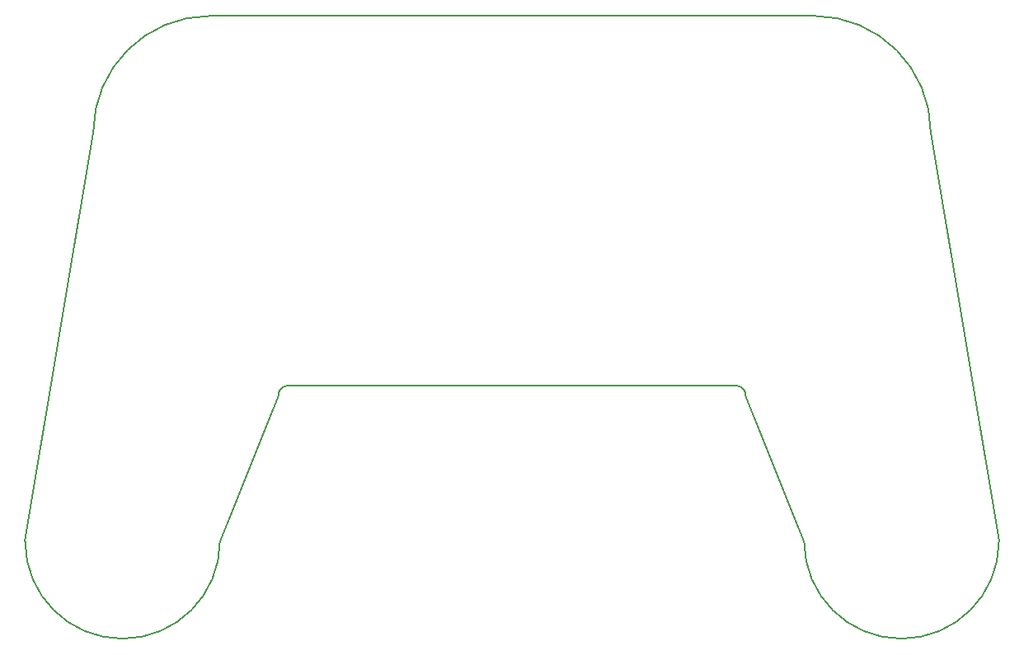
<source format=gko>
G04 #@! TF.FileFunction,Profile,NP*
%FSLAX46Y46*%
G04 Gerber Fmt 4.6, Leading zero omitted, Abs format (unit mm)*
G04 Created by KiCad (PCBNEW 4.0.7-e2-6376~61~ubuntu18.04.1) date Mon Jan  6 20:04:38 2020*
%MOMM*%
%LPD*%
G01*
G04 APERTURE LIST*
%ADD10C,0.100000*%
%ADD11C,0.150000*%
G04 APERTURE END LIST*
D10*
D11*
X80000000Y-54000000D02*
G75*
G03X100000000Y-54000000I10000000J0D01*
G01*
X0Y-54000000D02*
G75*
G03X20000000Y-54000000I10000000J0D01*
G01*
X74000000Y-39000000D02*
G75*
G03X73000000Y-38000000I-1000000J0D01*
G01*
X27000000Y-38000000D02*
G75*
G03X26000000Y-39000000I0J-1000000D01*
G01*
X93000000Y-12000000D02*
G75*
G03X81000000Y0I-12000000J0D01*
G01*
X19000000Y0D02*
G75*
G03X7000000Y-12000000I0J-12000000D01*
G01*
X74000000Y-39000000D02*
X80000000Y-54000000D01*
X7000000Y-12000000D02*
X0Y-54000000D01*
X20000000Y-54000000D02*
X26000000Y-39000000D01*
X81000000Y0D02*
X19000000Y0D01*
X27000000Y-38000000D02*
X73000000Y-38000000D01*
X100000000Y-54000000D02*
X93000000Y-12000000D01*
M02*

</source>
